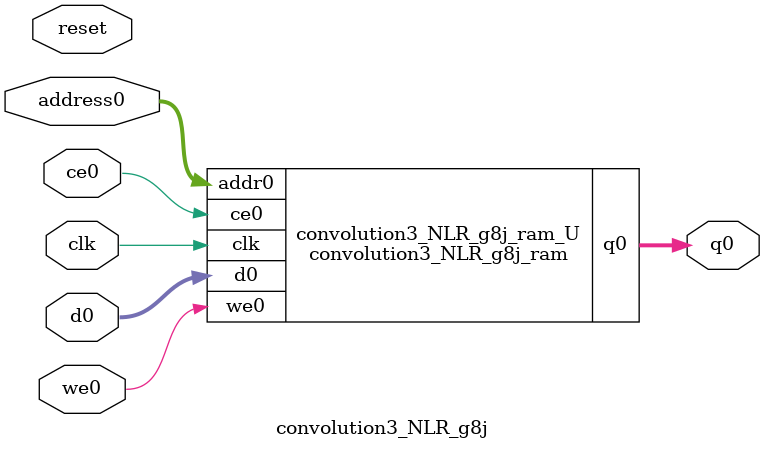
<source format=v>

`timescale 1 ns / 1 ps
module convolution3_NLR_g8j_ram (addr0, ce0, d0, we0, q0,  clk);

parameter DWIDTH = 16;
parameter AWIDTH = 4;
parameter MEM_SIZE = 9;

input[AWIDTH-1:0] addr0;
input ce0;
input[DWIDTH-1:0] d0;
input we0;
output reg[DWIDTH-1:0] q0;
input clk;

(* ram_style = "distributed" *)reg [DWIDTH-1:0] ram[0:MEM_SIZE-1];




always @(posedge clk)  
begin 
    if (ce0) 
    begin
        if (we0) 
        begin 
            ram[addr0] <= d0; 
            q0 <= d0;
        end 
        else 
            q0 <= ram[addr0];
    end
end


endmodule


`timescale 1 ns / 1 ps
module convolution3_NLR_g8j(
    reset,
    clk,
    address0,
    ce0,
    we0,
    d0,
    q0);

parameter DataWidth = 32'd16;
parameter AddressRange = 32'd9;
parameter AddressWidth = 32'd4;
input reset;
input clk;
input[AddressWidth - 1:0] address0;
input ce0;
input we0;
input[DataWidth - 1:0] d0;
output[DataWidth - 1:0] q0;



convolution3_NLR_g8j_ram convolution3_NLR_g8j_ram_U(
    .clk( clk ),
    .addr0( address0 ),
    .ce0( ce0 ),
    .d0( d0 ),
    .we0( we0 ),
    .q0( q0 ));

endmodule


</source>
